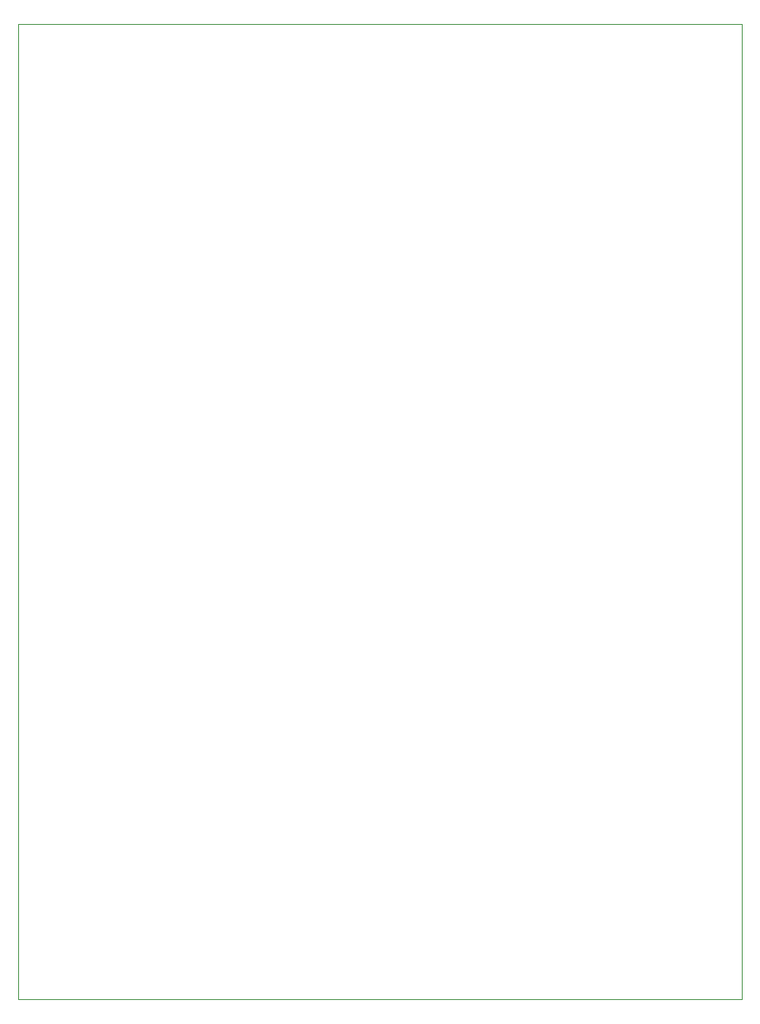
<source format=gbr>
%TF.GenerationSoftware,KiCad,Pcbnew,9.0.0-9.0.0-2~ubuntu22.04.1*%
%TF.CreationDate,2025-03-23T14:07:51-07:00*%
%TF.ProjectId,awg1,61776731-2e6b-4696-9361-645f70636258,rev?*%
%TF.SameCoordinates,Original*%
%TF.FileFunction,Profile,NP*%
%FSLAX46Y46*%
G04 Gerber Fmt 4.6, Leading zero omitted, Abs format (unit mm)*
G04 Created by KiCad (PCBNEW 9.0.0-9.0.0-2~ubuntu22.04.1) date 2025-03-23 14:07:51*
%MOMM*%
%LPD*%
G01*
G04 APERTURE LIST*
%TA.AperFunction,Profile*%
%ADD10C,0.100000*%
%TD*%
G04 APERTURE END LIST*
D10*
X214807800Y-140479078D02*
X140765922Y-140479078D01*
X214807800Y-40784078D02*
X214807800Y-140479078D01*
X140765922Y-140479078D02*
X140765922Y-40784078D01*
X140765922Y-40784078D02*
X214807800Y-40784078D01*
M02*

</source>
